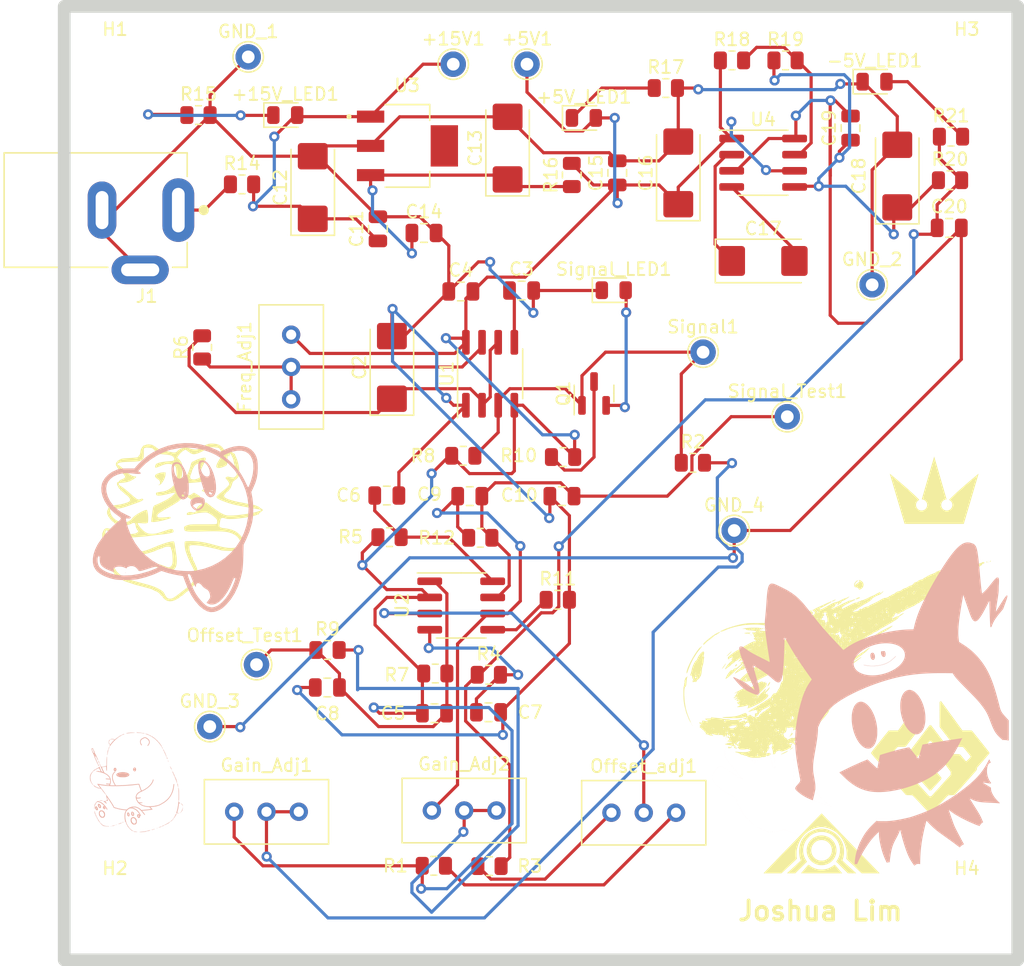
<source format=kicad_pcb>
(kicad_pcb (version 20211014) (generator pcbnew)
  (layers (0 "F.Cu" signal) (31 "B.Cu" signal) (34 "B.Paste" user) (35 "F.Paste" user) (36 "B.SilkS" user "B.Silkscreen") (37 "F.SilkS" user "F.Silkscreen") (38 "B.Mask" user) (39 "F.Mask" user) (44 "Edge.Cuts" user))
  (net 0 "")
  (net 1 "5V")
  (net 2 "Net-(+5V_LED1-Pad1)")
  (net 3 "Net-(+15V1-Pad1)")
  (net 4 "Net-(+15V_LED1-Pad1)")
  (net 5 "GND")
  (net 6 "Net-(-5V_LED1-Pad2)")
  (net 7 "Net-(C2-Pad1)")
  (net 8 "Net-(C3-Pad1)")
  (net 9 "Net-(C5-Pad2)")
  (net 10 "Net-(C6-Pad1)")
  (net 11 "Net-(C7-Pad1)")
  (net 12 "Net-(C9-Pad1)")
  (net 13 "Net-(C10-Pad2)")
  (net 14 "Net-(C13-Pad1)")
  (net 15 "Net-(C17-Pad1)")
  (net 16 "Net-(C17-Pad2)")
  (net 17 "Net-(C18-Pad1)")
  (net 18 "Net-(C19-Pad2)")
  (net 19 "-5V")
  (net 20 "Net-(Freq_Adj1-Pad2)")
  (net 21 "Net-(Gain_Adj1-Pad1)")
  (net 22 "Net-(Gain_Adj2-Pad1)")
  (net 23 "Net-(Offset_adj1-Pad1)")
  (net 24 "Net-(Offset_adj1-Pad2)")
  (net 25 "Net-(Offset_adj1-Pad3)")
  (net 26 "Net-(Q1-Pad1)")
  (net 27 "Net-(Q1-Pad2)")
  (net 28 "Net-(Q1-Pad3)")
  (net 29 "Net-(R11-Pad1)")
  (net 30 "Net-(J1-Pad1)")
  (net 31 "Net-(R18-Pad2)")
  (footprint "Capacitor_SMD:C_0805_2012Metric" (layer "F.Cu") (at 155.375 116.475)
    (fp_text reference "C6")
    (fp_text value "10n")
  )
  (footprint "Capacitor_Tantalum_SMD:CP_EIA-6032-15_Kemet-U" (layer "F.Cu") (at 164.875 89.15 90)
    (fp_text reference "C13")
    (fp_text value "10u" hide)
  )
  (footprint "TestPoint:TestPoint_THTPad_D2.0mm_Drill1.0mm" (layer "F.Cu") (at 193.55 99.9)
    (fp_text reference "GND_2")
    (fp_text value "Test Point" hide)
  )
  (footprint "Resistor_SMD:R_0805_2012Metric" (layer "F.Cu") (at 163.4 130.575)
    (fp_text reference "R4")
    (fp_text value "1R" hide)
  )
  (footprint "Capacitor_SMD:C_0805_2012Metric" (layer "F.Cu") (at 158.3 95.825)
    (fp_text reference "C14")
    (fp_text value "10n" hide)
  )
  (footprint "Capacitor_Tantalum_SMD:CP_EIA-6032-15_Kemet-U" (layer "F.Cu") (at 155.775 106.4 90)
    (fp_text reference "C2")
    (fp_text value "10u")
  )
  (footprint "LM7805MPX_NOPB:VREG_LM7805MPX_NOPB" (layer "F.Cu") (at 157 88.975)
    (fp_text reference "U3")
    (fp_text value "LM7805_TO220" hide)
  )
  (footprint "Resistor_SMD:R_0805_2012Metric" (layer "F.Cu") (at 143.9875 92)
    (fp_text reference "R14")
    (fp_text value "0R" hide)
  )
  (footprint "Package_SO:SOIC-8_3.9x4.9mm_P1.27mm" (layer "F.Cu") (at 161.225 125.125)
    (fp_text reference "U2")
    (fp_text value "AD8039")
  )
  (footprint "TestPoint:TestPoint_THTPad_D2.0mm_Drill1.0mm" (layer "F.Cu") (at 145.125 129.775)
    (fp_text reference "Offset_Test1")
    (fp_text value "Test Point")
  )
  (footprint "Resistor_SMD:R_0805_2012Metric" (layer "F.Cu") (at 169.2375 113.45)
    (fp_text reference "R10")
    (fp_text value "150R")
  )
  (footprint "TestPoint:TestPoint_THTPad_D2.0mm_Drill1.0mm" (layer "F.Cu") (at 186.875 110.275)
    (fp_text reference "Signal_Test1")
    (fp_text value "Test Point" hide)
  )
  (footprint "Capacitor_SMD:C_0805_2012Metric" (layer "F.Cu") (at 150.7 131.575)
    (fp_text reference "C8")
    (fp_text value "DNP")
  )
  (footprint "Capacitor_Tantalum_SMD:CP_EIA-6032-15_Kemet-U" (layer "F.Cu") (at 195.525 91.35 90)
    (fp_text reference "C18")
    (fp_text value "10u" hide)
  )
  (footprint "Resistor_SMD:R_0805_2012Metric" (layer "F.Cu") (at 140.5625 86.55)
    (fp_text reference "R15")
    (fp_text value "650R" hide)
  )
  (footprint "Resistor_SMD:R_0805_2012Metric" (layer "F.Cu") (at 140.85 104.825 90)
    (fp_text reference "R6")
    (fp_text value "10K")
  )
  (footprint "Resistor_SMD:R_0805_2012Metric" (layer "F.Cu") (at 155.5875 119.75)
    (fp_text reference "R5")
    (fp_text value "1R")
  )
  (footprint "Capacitor_SMD:C_0805_2012Metric" (layer "F.Cu") (at 191.85 87.575 90)
    (fp_text reference "C19")
    (fp_text value "10n" hide)
  )
  (footprint "Package_SO:SOIC-8_3.9x4.9mm_P1.27mm" (layer "F.Cu") (at 163.5 106.9 90)
    (fp_text reference "U1")
    (fp_text value "NE555D")
  )
  (footprint "Resistor_SMD:R_0805_2012Metric" (layer "F.Cu") (at 159.075 145.6)
    (fp_text reference "R1")
    (fp_text value "1K")
  )
  (footprint "logos:agnus" (layer "F.Cu") (at 198.1 136.95)
    (fp_text reference "G***" hide)
    (fp_text value "LOGO" hide)
  )
  (footprint "TestPoint:TestPoint_THTPad_D2.0mm_Drill1.0mm" (layer "F.Cu") (at 182.7 119.225)
    (fp_text reference "GND_4")
    (fp_text value "Test Point")
  )
  (footprint "Resistor_SMD:R_0805_2012Metric" (layer "F.Cu") (at 169.925 91.2625 90)
    (fp_text reference "R16")
    (fp_text value "0R" hide)
  )
  (footprint "LED_SMD:LED_0805_2012Metric" (layer "F.Cu") (at 147.3875 86.55)
    (fp_text reference "+15V_LED1")
    (fp_text value "LED" hide)
  )
  (footprint "TestPoint:TestPoint_THTPad_D2.0mm_Drill1.0mm" (layer "F.Cu") (at 144.475 81.975)
    (fp_text reference "GND_1")
    (fp_text value "Test Point" hide)
  )
  (footprint "Resistor_SMD:R_0805_2012Metric" (layer "F.Cu") (at 161.3875 113.35)
    (fp_text reference "R8")
    (fp_text value "100R")
  )
  (footprint "Potentiometer_THT:Potentiometer_Bourns_3296W_Vertical" (layer "F.Cu") (at 147.85 103.825 90)
    (fp_text reference "Freq_Adj1")
    (fp_text value "100K")
  )
  (footprint "Capacitor_SMD:C_0805_2012Metric" (layer "F.Cu") (at 163.375 133.525)
    (fp_text reference "C7")
    (fp_text value "10n")
  )
  (footprint "Resistor_SMD:R_0805_2012Metric" (layer "F.Cu") (at 168.825 124.675)
    (fp_text reference "R11")
    (fp_text value "25K")
  )
  (footprint "Capacitor_SMD:C_0805_2012Metric" (layer "F.Cu") (at 161.9 116.525)
    (fp_text reference "C9")
    (fp_text value "22p")
  )
  (footprint "Resistor_SMD:R_0805_2012Metric" (layer "F.Cu") (at 199.675 91.675)
    (fp_text reference "R20")
    (fp_text value "0R" hide)
  )
  (footprint "logos:crown" (layer "F.Cu") (at 198.425 116.05)
    (fp_text reference "G***" hide)
    (fp_text value "LOGO" hide)
  )
  (footprint "logos:keves" (layer "F.Cu") (at 189.6 143.825)
    (fp_text reference "G***" hide)
    (fp_text value "LOGO" hide)
  )
  (footprint "Capacitor_SMD:C_0805_2012Metric" (layer "F.Cu") (at 173.5 91.1 90)
    (fp_text reference "C15")
    (fp_text value "10n" hide)
  )
  (footprint "Potentiometer_THT:Potentiometer_Bourns_3296W_Vertical" (layer "F.Cu") (at 164 141.25)
    (fp_text reference "Gain_Adj2")
    (fp_text value "100K")
  )
  (footprint "LED_SMD:LED_0805_2012Metric" (layer "F.Cu") (at 170.875 86.775)
    (fp_text reference "+5V_LED1")
    (fp_text value "LED" hide)
  )
  (footprint "Resistor_SMD:R_0805_2012Metric" (layer "F.Cu") (at 150.7125 128.625)
    (fp_text reference "R9")
    (fp_text value "1K")
  )
  (footprint "Resistor_SMD:R_0805_2012Metric" (layer "F.Cu") (at 179.45 113.9)
    (fp_text reference "R2")
    (fp_text value "1K")
  )
  (footprint "MountingHole:MountingHole_2.1mm" (layer "F.Cu") (at 134 83)
    (fp_text reference "H1")
    (fp_text value "MountingHole" hide)
  )
  (footprint "Package_TO_SOT_SMD:SOT-23" (layer "F.Cu") (at 171.675 108.45 90)
    (fp_text reference "Q1")
    (fp_text value "DMN10H700S")
  )
  (footprint "logos:meteor" (layer "F.Cu") (at 190.732828 132.747616)
    (fp_text reference "G***" hide)
    (fp_text value "LOGO" hide)
  )
  (footprint "Capacitor_SMD:C_0805_2012Metric" (layer "F.Cu") (at 159.125 133.6)
    (fp_text reference "C5")
    (fp_text value "22p")
  )
  (footprint "LED_SMD:LED_0805_2012Metric" (layer "F.Cu") (at 173.225 100.325)
    (fp_text reference "Signal_LED1")
    (fp_text value "LED" hide)
  )
  (footprint "MountingHole:MountingHole_2.1mm" (layer "F.Cu") (at 201 149)
    (fp_text reference "H4")
    (fp_text value "MountingHole" hide)
  )
  (footprint "LED_SMD:LED_0805_2012Metric" (layer "F.Cu") (at 193.7375 83.925)
    (fp_text reference "-5V_LED1")
    (fp_text value "LED" hide)
  )
  (footprint "Capacitor_Tantalum_SMD:CP_EIA-6032-15_Kemet-U" (layer "F.Cu") (at 178.3 91.1 90)
    (fp_text reference "C16")
    (fp_text value "10u" hide)
  )
  (footprint "Capacitor_SMD:C_0805_2012Metric" (layer "F.Cu") (at 161.2 100.425)
    (fp_text reference "C4")
    (fp_text value "10n" hide)
  )
  (footprint "Resistor_SMD:R_0805_2012Metric" (layer "F.Cu") (at 186.7375 82.25)
    (fp_text reference "R19")
    (fp_text value "100K" hide)
  )
  (footprint "Capacitor_Tantalum_SMD:CP_EIA-6032-15_Kemet-U" (layer "F.Cu") (at 184.975 98.025)
    (fp_text reference "C17")
    (fp_text value "10u" hide)
  )
  (footprint "Potentiometer_THT:Potentiometer_Bourns_3296W_Vertical" (layer "F.Cu") (at 148.45 141.35)
    (fp_text reference "Gain_Adj1")
    (fp_text value "100K")
  )
  (footprint "Capacitor_SMD:C_0805_2012Metric" (layer "F.Cu") (at 154.675 95.5 90)
    (fp_text reference "C11")
    (fp_text value "10n" hide)
  )
  (footprint "ul_PJ-002A:CUI_PJ-002A" (layer "F.Cu") (at 138.975 94.025 180)
    (fp_text reference "J1")
    (fp_text value "Barrel_Jack_Switch" hide)
  )
  (footprint "TestPoint:TestPoint_THTPad_D2.0mm_Drill1.0mm" (layer "F.Cu") (at 160.6 82.55)
    (fp_text reference "+15V1")
    (fp_text value "Test Point" hide)
  )
  (footprint "Capacitor_Tantalum_SMD:CP_EIA-6032-15_Kemet-U" (layer "F.Cu") (at 149.55 92.25 90)
    (fp_text reference "C12")
    (fp_text value "10u" hide)
  )
  (footprint "Resistor_SMD:R_0805_2012Metric" (layer "F.Cu") (at 162.725 119.8)
    (fp_text reference "R12")
    (fp_text value "10K")
  )
  (footprint "Capacitor_SMD:C_0805_2012Metric" (layer "F.Cu") (at 165.975 100.35)
    (fp_text reference "C3")
    (fp_text value "10n" hide)
  )
  (footprint "Resistor_SMD:R_0805_2012Metric" (layer "F.Cu") (at 182.525 82.25)
    (fp_text reference "R18")
    (fp_text value "100K" hide)
  )
  (footprint "Resistor_SMD:R_0805_2012Metric" (layer "F.Cu") (at 159.1875 130.475)
    (fp_text reference "R7")
    (fp_text value "10K" hide)
  )
  (footprint "Potentiometer_THT:Potentiometer_Bourns_3296W_Vertical" (layer "F.Cu") (at 178.125 141.425)
    (fp_text reference "Offset_adj1")
    (fp_text value "100K")
  )
  (footprint "Resistor_SMD:R_0805_2012Metric" (layer "F.Cu") (at 199.75 88.25)
    (fp_text reference "R21")
    (fp_text value "150R" hide)
  )
  (footprint "logos:smashart" (layer "F.Cu") (at 138.95 118.45)
    (fp_text reference "G***" hide)
    (fp_text value "LOGO" hide)
  )
  (footprint "TestPoint:TestPoint_THTPad_D2.0mm_Drill1.0mm" (layer "F.Cu") (at 180.25 105.2)
    (fp_text reference "Signal1")
    (fp_text value "Test Point")
  )
  (footprint "Resistor_SMD:R_0805_2012Metric" (layer "F.Cu") (at 163.45 145.625)
    (fp_text reference "R3")
    (fp_text value "1K")
  )
  (footprint "Package_SO:SOIC-8_3.9x4.9mm_P1.27mm" (layer "F.Cu") (at 184.975 90.3)
    (fp_text reference "U4")
    (fp_text value "MAX889" hide)
  )
  (footprint "MountingHole:MountingHole_2.1mm" (layer "F.Cu") (at 134 149)
    (fp_text reference "H2")
    (fp_text value "MountingHole" hide)
  )
  (footprint "TestPoint:TestPoint_THTPad_D2.0mm_Drill1.0mm" (layer "F.Cu") (at 141.45 134.65)
    (fp_text reference "GND_3")
    (fp_text value "Test Point" hide)
  )
  (footprint "Capacitor_SMD:C_0805_2012Metric" (layer "F.Cu") (at 169.15 116.525)
    (fp_text reference "C10")
    (fp_text value "10n")
  )
  (footprint "Resistor_SMD:R_0805_2012Metric" (layer "F.Cu") (at 177.325 84.425)
    (fp_text reference "R17")
    (fp_text value "150R")
  )
  (footprint "TestPoint:TestPoint_THTPad_D2.0mm_Drill1.0mm" (layer "F.Cu") (at 166.4 82.55)
    (fp_text reference "+5V1")
    (fp_text value "Test Point")
  )
  (footprint "Capacitor_SMD:C_0805_2012Metric" (layer "F.Cu") (at 199.6125 95.425)
    (fp_text reference "C20")
    (fp_text value "10n" hide)
  )
  (footprint "MountingHole:MountingHole_2.1mm" (layer "F.Cu") (at 201 83)
    (fp_text reference "H3")
    (fp_text value "MountingHole" hide)
  )
  (footprint "logos:kirby3" (layer "B.Cu") (at 138.725 119 180)
    (fp_text reference "G***" hide)
    (fp_text value "LOGO" hide)
  )
  (footprint "logos:icebear" (layer "B.Cu") (at 135.681828 139.151106 180)
    (fp_text reference "G***" hide)
    (fp_text value "LOGO" hide)
  )
  (footprint "logos:jackfrost" (layer "B.Cu") (at 191.796775 133.234325 180)
    (fp_text reference "G***" hide)
    (fp_text value "LOGO" hide)
  )
  (gr_rect (start 130 78) (end 205 153) (layer "Edge.Cuts") (width 1) (fill none))
  (gr_text "Joshua Lim" (at 189.475 149.15) (layer "F.SilkS") (effects (font (size 1.5 1.5) (thickness 0.3))))
  (segment (start 182.475 87.075) (end 182.475 88.37) (width 0.25) (layer "F.Cu") (net 1))
  (segment (start 158.175 130.575) (end 158.175 133.6) (width 0.25) (layer "F.Cu") (net 1))
  (segment (start 161.595 100.98) (end 162.15 100.425) (width 0.25) (layer "F.Cu") (net 1))
  (segment (start 181.6125 82.25) (end 181.6125 87.5075) (width 0.25) (layer "F.Cu") (net 1))
  (segment (start 170.7875 87.8) (end 171.8125 86.775) (width 0.25) (layer "F.Cu") (net 1))
  (segment (start 162.15 100.425) (end 163.275 99.3) (width 0.25) (layer "F.Cu") (net 1))
  (segment (start 165.405 114.545) (end 165.405 109.375) (width 0.25) (layer "F.Cu") (net 1))
  (segment (start 173.525 93.475) (end 173.5 93.45) (width 0.25) (layer "F.Cu") (net 1))
  (segment (start 153.45 120.975) (end 154.675 119.75) (width 0.25) (layer "F.Cu") (net 1))
  (segment (start 161.27 104.1) (end 161.595 104.425) (width 0.25) (layer "F.Cu") (net 1))
  (segment (start 178.3 92.218249) (end 182.123249 88.395) (width 0.25) (layer "F.Cu") (net 1))
  (segment (start 158.175 133.6) (end 154.8 133.6) (width 0.25) (layer "F.Cu") (net 1))
  (segment (start 166.4 84.741834) (end 169.458166 87.8) (width 0.25) (layer "F.Cu") (net 1))
  (segment (start 154.8 133.6) (end 154.35 133.15) (width 0.25) (layer "F.Cu") (net 1))
  (segment (start 160.3 113.35) (end 158.9 114.75) (width 0.25) (layer "F.Cu") (net 1))
  (segment (start 173.5 93.45) (end 173.5 92.05) (width 0.25) (layer "F.Cu") (net 1))
  (segment (start 160.475 113.35) (end 160.3 113.35) (width 0.25) (layer "F.Cu") (net 1))
  (segment (start 163.275 99.3) (end 166.25 99.3) (width 0.25) (layer "F.Cu") (net 1))
  (segment (start 185.26 90.935) (end 185.2 90.875) (width 0.25) (layer "F.Cu") (net 1))
  (segment (start 187.45 90.935) (end 185.26 90.935) (width 0.25) (layer "F.Cu") (net 1))
  (segment (start 171.625 92.05) (end 169.925 90.35) (width 0.25) (layer "F.Cu") (net 1))
  (segment (start 158.1625 145.6) (end 158.1625 147.3125) (width 0.25) (layer "F.Cu") (net 1))
  (segment (start 160.025 104.1) (end 161.27 104.1) (width 0.25) (layer "F.Cu") (net 1))
  (segment (start 147.85 103.825) (end 149.325 105.3) (width 0.25) (layer "F.Cu") (net 1))
  (segment (start 161.595 104.425) (end 161.595 100.98) (width 0.25) (layer "F.Cu") (net 1))
  (segment (start 166.25 99.3) (end 173.5 92.05) (width 0.25) (layer "F.Cu") (net 1))
  (segment (start 155.384695 124.49) (end 154.45 125.424695) (width 0.25) (layer "F.Cu") (net 1))
  (segment (start 166.4 82.55) (end 166.4 84.741834) (width 0.25) (layer "F.Cu") (net 1))
  (segment (start 178.3 93.5625) (end 178.3 92.218249) (width 0.25) (layer "F.Cu") (net 1))
  (segment (start 149.325 105.3) (end 160.72 105.3) (width 0.25) (layer "F.Cu") (net 1))
  (segment (start 155.375 123.875) (end 153.45 121.95) (width 0.25) (layer "F.Cu") (net 1))
  (segment (start 176.7875 92.05) (end 178.3 93.5625) (width 0.25) (layer "F.Cu") (net 1))
  (segment (start 143.37 143.345305) (end 143.37 141.35) (width 0.25) (layer "F.Cu") (net 1))
  (segment (start 153.45 121.95) (end 153.45 120.975) (width 0.25) (layer "F.Cu") (net 1))
  (segment (start 173.3 86.775) (end 171.8125 86.775) (width 0.25) (layer "F.Cu") (net 1))
  (segment (start 181.6125 87.5075) (end 182.5 88.395) (width 0.25) (layer "F.Cu") (net 1))
  (segment (start 165.2 114.75) (end 165.405 114.545) (width 0.25) (layer "F.Cu") (net 1))
  (segment (start 169.458166 87.8) (end 170.7875 87.8) (width 0.25) (layer "F.Cu") (net 1))
  (segment (start 173.5 92.05) (end 171.625 92.05) (width 0.25) (layer "F.Cu") (net 1))
  (segment (start 158.75 124.49) (end 155.384695 124.49) (width 0.25) (layer "F.Cu") (net 1))
  (segment (start 154.45 125.424695) (end 154.45 126.65) (width 0.25) (layer "F.Cu") (net 1))
  (segment (start 158.275 130.475) (end 158.175 130.575) (width 0.25) (layer "F.Cu") (net 1))
  (segment (start 145.624695 145.6) (end 143.37 143.345305) (width 0.25) (layer "F.Cu") (net 1))
  (segment (start 158.1625 145.6) (end 145.624695 145.6) (width 0.25) (layer "F.Cu") (net 1))
  (segment (start 173.5 92.05) (end 176.7875 92.05) (width 0.25) (layer "F.Cu") (net 1))
  (segment (start 182.123249 88.395) (end 182.5 88.395) (width 0.25) (layer "F.Cu") (net 1))
  (segment (start 158.75 124.49) (end 158.135 123.875) (width 0.25) (layer "F.Cu") (net 1))
  (segment (start 170.15 113.45) (end 170.15 111.7) (width 0.25) (layer "F.Cu") (net 1))
  (segment (start 154.45 126.65) (end 158.275 130.475) (width 0.25) (layer "F.Cu") (net 1))
  (segment (start 158.1625 147.3125) (end 158.075 147.4) (width 0.25) (layer "F.Cu") (net 1))
  (segment (start 161.875 114.75) (end 165.2 114.75) (width 0.25) (layer "F.Cu") (net 1))
  (segment (start 182.475 88.37) (end 182.5 88.395) (width 0.25) (layer "F.Cu") (net 1))
  (segment (start 166.075 109.375) (end 170.15 113.45) (width 0.25) (layer "F.Cu") (net 1))
  (segment (start 158.135 123.875) (end 155.375 123.875) (width 0.25) (layer "F.Cu") (net 1))
  (segment (start 160.475 113.35) (end 161.875 114.75) (width 0.25) (layer "F.Cu") (net 1))
  (segment (start 165.405 109.375) (end 166.075 109.375) (width 0.25) (layer "F.Cu") (net 1))
  (segment (start 160.72 105.3) (end 161.595 104.425) (width 0.25) (layer "F.Cu") (net 1))
  (via (at 154.35 133.15) (size 0.8) (drill 0.4) (layers "F.Cu" "B.Cu") (net 1))
  (via (at 170.15 111.7) (size 0.8) (drill 0.4) (layers "F.Cu" "B.Cu") (net 1))
  (via (at 158.9 114.75) (size 0.8) (drill 0.4) (layers "F.Cu" "B.Cu") (net 1))
  (via (at 153.45 121.95) (size 0.8) (drill 0.4) (layers "F.Cu" "B.Cu") (net 1))
  (via (at 173.3 86.775) (size 0.8) (drill 0.4) (layers "F.Cu" "B.Cu") (net 1))
  (via (at 173.525 93.475) (size 0.8) (drill 0.4) (layers "F.Cu" "B.Cu") (net 1))
  (via (at 158.075 147.4) (size 0.8) (drill 0.4) (layers "F.Cu" "B.Cu") (net 1))
  (via (at 185.2 90.875) (size 0.8) (drill 0.4) (layers "F.Cu" "B.Cu") (net 1))
  (via (at 160.025 104.1) (size 0.8) (drill 0.4) (layers "F.Cu" "B.Cu") (net 1))
  (via (at 182.475 87.075) (size 0.8) (drill 0.4) (layers "F.Cu" "B.Cu") (net 1))
  (segment (start 158.075 147.4) (end 160.098602 147.4) (width 0.25) (layer "B.Cu") (net 1))
  (segment (start 167.625 111.7) (end 160.025 104.1) (width 0.25) (layer "B.Cu") (net 1))
  (segment (start 158.9 116.5) (end 153.45 121.95) (width 0.25) (layer "B.Cu") (net 1))
  (segment (start 170.15 111.7) (end 167.625 111.7) (width 0.25) (layer "B.Cu") (net 1))
  (segment (start 182.475 88.15) (end 182.475 87.075) (width 0.25) (layer "B.Cu") (net 1))
  (segment (start 163.4 133.15) (end 154.35 133.15) (width 0.25) (layer "B.Cu") (net 1))
  (segment (start 185.2 90.875) (end 182.475 88.15) (width 0.25) (layer "B.Cu") (net 1))
  (segment (start 158.9 114.75) (end 158.9 116.5) (width 0.25) (layer "B.Cu") (net 1))
  (segment (start 173.3 93.25) (end 173.525 93.475) (width 0.25) (layer "B.Cu") (net 1))
  (segment (start 165.225 134.975) (end 163.4 133.15) (width 0.25) (layer "B.Cu") (net 1))
  (segment (start 173.3 86.775) (end 173.3 93.25) (width 0.25) (layer "B.Cu") (net 1))
  (segment (start 165.225 142.273602) (end 165.225 134.975) (width 0.25) (layer "B.Cu") (net 1))
  (segment (start 160.098602 147.4) (end 165.225 142.273602) (width 0.25) (layer "B.Cu") (net 1))
  (segment (start 169.9375 86.775) (end 172.2875 84.425) (width 0.25) (layer "F.Cu") (net 2))
  (segment (start 172.2875 84.425) (end 176.4125 84.425) (width 0.25) (layer "F.Cu") (net 2))
  (segment (start 148.325 86.55) (end 148.45 86.675) (width 0.25) (layer "F.Cu") (net 3))
  (segment (start 154.1 86.675) (end 158.225 82.55) (width 0.25) (layer "F.Cu") (net 3))
  (segment (start 144.9 93.675) (end 144.85 93.725) (width 0.25) (layer "F.Cu") (net 3))
  (segment (start 148.5625 93.725) (end 144.85 93.725) (width 0.25) (layer "F.Cu") (net 3))
  (segment (start 146.45 88.175) (end 146.525 88.25) (width 0.25) (layer "F.Cu") (net 3))
  (segment (start 148.325 86.55) (end 148.225 86.55) (width 0.25) (layer "F.Cu") (net 3))
  (segment (start 149.55 94.7125) (end 148.5625 93.725) (width 0.25) (layer "F.Cu") (net 3))
  (segment (start 148.45 86.675) (end 154.1 86.675) (width 0.25) (layer "F.Cu") (net 3))
  (segment (start 144.9 92) (end 144.9 93.675) (width 0.25) (layer "F.Cu") (net 3))
  (segment (start 158.225 82.55) (end 160.6 82.55) (width 0.25) (layer "F.Cu") (net 3))
  (segment (start 154.675 96.45) (end 152.9375 94.7125) (width 0.25) (layer "F.Cu") (net 3))
  (segment (start 148.225 86.55) (end 146.525 88.25) (width 0.25) (layer "F.Cu") (net 3))
  (segment (start 152.9375 94.7125) (end 149.55 94.7125) (width 0.25) (layer "F.Cu") (net 3))
  (via (at 146.525 88.25) (size 0.8) (drill 0.4) (layers "F.Cu" "B.Cu") (net 3))
  (via (at 144.85 93.725) (size 0.8) (drill 0.4) (layers "F.Cu" "B.Cu") (net 3))
  (segment (start 144.85 93.725) (end 146.525 92.05) (width 0.25) (layer "B.Cu") (net 3))
  (segment (start 146.525 92.05) (end 146.525 88.25) (width 0.25) (layer "B.Cu") (net 3))
  (segment (start 139.6 86.5) (end 139.65 86.55) (width 0.25) (layer "F.Cu") (net 4))
  (segment (start 136.6 86.5) (end 139.6 86.5) (width 0.25) (layer "F.Cu") (net 4))
  (segment (start 146.425 86.575) (end 143.875 86.575) (width 0.25) (layer "F.Cu") (net 4))
  (segment (start 146.45 86.55) (end 146.425 86.575) (width 0.25) (layer "F.Cu") (net 4))
  (via (at 136.6 86.5) (size 0.8) (drill 0.4) (layers "F.Cu" "B.Cu") (net 4))
  (via (at 143.875 86.575) (size 0.8) (drill 0.4) (layers "F.Cu" "B.Cu") (net 4))
  (segment (start 143.875 86.575) (end 136.675 86.575) (width 0.25) (layer "B.Cu") (net 4))
  (segment (start 136.675 86.575) (end 136.6 86.5) (width 0.25) (layer "B.Cu") (net 4))
  (segment (start 159.25 95.825) (end 157.975 94.55) (width 0.25) (layer "F.Cu") (net 5))
  (segment (start 178.3 88.6375) (end 178.3 84.4875) (width 0.25) (layer "F.Cu") (net 5))
  (segment (start 178.3 84.4875) (end 178.2375 84.425) (width 0.25) (layer "F.Cu") (net 5))
  (segment (start 195.525 86.65) (end 192.8 83.925) (width 0.25) (layer "F.Cu") (net 5))
  (segment (start 160.25 100.425) (end 162.575 98.1) (width 0.25) (layer "F.Cu") (net 5))
  (segment (start 148.525 131.575) (end 148.325 131.775) (width 0.25) (layer "F.Cu") (net 5))
  (segment (start 166.9 102.1) (end 166.9 100.375) (width 0.25) (layer "F.Cu") (net 5))
  (segment (start 169.7375 118.0625) (end 169.7375 124.675) (width 0.25) (layer "F.Cu") (net 5))
  (segment (start 172.8625 89.5125) (end 167.7 89.5125) (width 0.25) (layer "F.Cu") (net 5))
  (segment (start 193.55 90.8625) (end 193.55 99.9) (width 0.25) (layer "F.Cu") (net 5))
  (segment (start 156.325 114.645) (end 156.325 116.475) (width 0.25) (layer "F.Cu") (net 5))
  (segment (start 157.975 94.55) (end 154.675 94.55) (width 0.25) (layer "F.Cu") (net 5))
  (segment (start 167.7 89.5125) (end 164.875 86.6875) (width 0.25) (layer "F.Cu") (net 5))
  (segment (start 144.7125 89.7875) (end 141.475 86.55) (width 0.25) (layer "F.Cu") (net 5))
  (segment (start 150.3625 88.975) (end 149.55 89.7875) (width 0.25) (layer "F.Cu") (net 5))
  (segment (start 149.75 131.575) (end 148.525 131.575) (width 0.25) (layer "F.Cu") (net 5))
  (segment (start 168.2 116.525) (end 168.2 118.2) (width 0.25) (layer "F.Cu") (net 5))
  (segment (start 141.475 84.975) (end 141.475 86.55) (width 0.25) (layer "F.Cu") (net 5))
  (segment (start 166.925 100.35) (end 172.2625 100.35) (width 0.25) (layer "F.Cu") (net 5))
  (segment (start 179.775 84.425) (end 179.875 84.525) (width 0.25) (layer "F.Cu") (net 5))
  (segment (start 149.9125 89.7875) (end 149.55 89.7875) (width 0.25) (layer "F.Cu") (net 5))
  (segment (start 156.3875 86.6875) (end 164.875 86.6875) (width 0.25) (layer "F.Cu") (net 5))
  (segment (start 176.7875 90.15) (end 178.3 88.6375) (width 0.25) (layer "F.Cu") (net 5))
  (segment (start 155.775 103.9375) (end 156.7375 103.9375) (width 0.25) (layer "F.Cu") (net 5))
  (segment (start 141.475 86.55) (end 134 94.025) (width 0.25) (layer "F.Cu") (net 5))
  (segment (start 154.1 88.975) (end 150.3625 88.975) (width 0.25) (layer "F.Cu") (net 5))
  (segment (start 134 94.025) (end 132.975 94.025) (width 0.25) (layer "F.Cu") (net 5))
  (segment (start 154.675 94.55) (end 149.9125 89.7875) (width 0.25) (layer "F.Cu") (net 5))
  (segment (start 156.7375 103.9375) (end 160.25 100.425) (width 0.25) (layer "F.Cu") (net 5))
  (segment (start 155.825 101.8) (end 155.775 101.85) (width 0.25) (layer "F.Cu") (net 5))
  (segment (start 132.975 94.025) (end 132.975 95.725) (width 0.25) (layer "F.Cu") (net 5))
  (segment (start 192.625 84.1) (end 192.8 83.925) (width 0.25) (layer "F.Cu") (net 5))
  (segment (start 173.5 90.15) (end 172.8625 89.5125) (width 0.25) (layer "F.Cu") (net 5))
  (segment (start 160.625 109.375) (end 160.05 108.8) (width 0.25) (layer "F.Cu") (net 5))
  (segment (start 132.975 95.725) (end 135.975 98.725) (width 0.25) (layer "F.Cu") (net 5))
  (segment (start 164.5 133.7) (end 164.325 133.525) (width 0.25) (layer "F.Cu") (net 5))
  (segment (start 173.5 90.15) (end 176.7875 90.15) (width 0.25) (layer "F.Cu") (net 5))
  (segment (start 172.2625 100.35) (end 172.2875 100.325) (width 0.25) (layer "F.Cu") (net 5))
  (segment (start 161.595 109.375) (end 160.625 109.375) (width 0.25) (layer "F.Cu") (net 5))
  (segment (start 168.2 116.525) (end 169.7375 118.0625) (width 0.25) (layer "F.Cu") (net 5))
  (segment (start 195.525 88.8875) (end 195.525 86.65) (width 0.25) (layer "F.Cu") (net 5))
  (segment (start 164.5 135.3) (end 164.5 133.7) (width 0.25) (layer "F.Cu") (net 5))
  (segment (start 159.25 95.825) (end 160.25 96.825) (width 0.25) (layer "F.Cu") (net 5))
  (segment (start 160.25 96.825) (end 160.25 100.425) (width 0.25) (layer "F.Cu") (net 5))
  (segment (start 161.595 109.375) (end 156.325 114.645) (width 0.25) (layer "F.Cu") (net 5))
  (segment (start 195.525 88.8875) (end 193.55 90.8625) (width 0.25) (layer "F.Cu") (net 5))
  (segment (start 169.7375 128.1125) (end 164.325 133.525) (width 0.25) (layer "F.Cu") (net 5))
  (segment (start 166.9 100.375) (end 166.925 100.35) (width 0.25) (layer "F.Cu") (net 5))
  (segment (start 144.475 81.975) (end 141.475 84.975) (width 0.25) (layer "F.Cu") (net 5))
  (segment (start 149.55 89.7875) (end 144.7125 89.7875) (width 0.25) (layer "F.Cu") (net 5))
  (segment (start 162.575 98.1) (end 163.5 98.1) (width 0.25) (layer "F.Cu") (net 5))
  (segment (start 178.2375 84.425) (end 179.775 84.425) (width 0.25) (layer "F.Cu") (net 5))
  (segment (start 191.05 84.1) (end 192.625 84.1) (width 0.25) (layer "F.Cu") (net 5))
  (segment (start 154.1 88.975) (end 156.3875 86.6875) (width 0.25) (layer "F.Cu") (net 5))
  (segment (start 155.775 101.85) (end 155.775 103.9375) (width 0.25) (layer "F.Cu") (net 5))
  (segment (start 168.2 118.2) (end 168.15 118.25) (width 0.25) (layer "F.Cu") (net 5))
  (segment (start 169.7375 124.675) (end 169.7375 128.1125) (width 0.25) (layer "F.Cu") (net 5))
  (via (at 164.5 135.3) (size 0.8) (drill 0.4) (layers "F.Cu" "B.Cu") (net 5))
  (via (at 163.5 98.1) (size 0.8) (drill 0.4) (layers "F.Cu" "B.Cu") (net 5))
  (via (at 155.825 101.8) (size 0.8) (drill 0.4) (layers "F.Cu" "B.Cu") (net 5))
  (via (at 191.05 84.1) (size 0.8) (drill 0.4) (layers "F.Cu" "B.Cu") (net 5))
  (via (at 166.9 102.1) (size 0.8) (drill 0.4) (layers "F.Cu" "B.Cu") (net 5))
  (via (at 179.875 84.525) (size 0.8) (drill 0.4) (layers "F.Cu" "B.Cu") (net 5))
  (via (at 148.325 131.775) (size 0.8) (drill 0.4) (layers "F.Cu" "B.Cu") (net 5))
  (via (at 168.15 118.25) (size 0.8) (drill 0.4) (layers "F.Cu" "B.Cu") (net 5))
  (via (at 160.05 108.8) (size 0.8) (drill 0.4) (layers "F.Cu" "B.Cu") (net 5))
  (segment (start 160.05 108.8) (end 159.3 108.05) (width 0.25) (layer "B.Cu") (net 5))
  (segment (start 151.85 135.3) (end 164.5 135.3) (width 0.25) (layer "B.Cu") (net 5))
  (segment (start 191.05 84.1) (end 190.6 84.55) (width 0.25) (layer "B.Cu") (net 5))
  (segment (start 159.3 105.275) (end 155.825 101.8) (width 0.25) (layer "B.Cu") (net 5))
  (segment (start 148.325 131.775) (end 151.85 135.3) (width 0.25) (layer "B.Cu") (net 5))
  (segment (start 159.3 108.05) (end 159.3 105.275) (width 0.25) (layer "B.Cu") (net 5))
  (segment (start 155.825 105.925) (end 168.15 118.25) (width 0.25) (layer "B.Cu") (net 5))
  (segment (start 163.5 98.7) (end 163.5 98.1) (width 0.25) (layer "B.Cu") (net 5))
  (segment (start 190.6 84.55) (end 179.9 84.55) (width 0.25) (layer "B.Cu") (net 5))
  (segment (start 155.825 101.8) (end 155.825 105.925) (width 0.25) (layer "B.Cu") (net 5))
  (segment (start 166.9 102.1) (end 163.5 98.7) (width 0.25) (layer "B.Cu") (net 5))
  (segment (start 179.9 84.55) (end 179.875 84.525) (width 0.25) (layer "B.Cu") (net 5))
  (segment (start 194.675 83.925) (end 196.3375 83.925) (width 0.25) (layer "F.Cu") (net 6))
  (segment (start 196.3375 83.925) (end 200.6625 88.25) (width 0.25) (layer "F.Cu") (net 6))
  (segment (start 139.825 106.275) (end 143.5 109.95) (width 0.25) (layer "F.Cu") (net 7))
  (segment (start 161.941751 108.075) (end 156.5625 108.075) (width 0.25) (layer "F.Cu") (net 7))
  (segment (start 163.51 108.73) (end 162.865 109.375) (width 0.25) (layer "F.Cu") (net 7))
  (segment (start 156.5625 108.075) (end 155.775 108.8625) (width 0.25) (layer "F.Cu") (net 7))
  (segment (start 162.865 108.998249) (end 161.941751 108.075) (width 0.25) (layer "F.Cu") (net 7))
  (segment (start 163.51 105.05) (end 163.51 108.73) (width 0.25) (layer "F.Cu") (net 7))
  (segment (start 162.865 109.375) (end 162.865 108.998249) (width 0.25) (layer "F.Cu") (net 7))
  (segment (start 154.6875 109.95) (end 155.775 108.8625) (width 0.25) (layer "F.Cu") (net 7))
  (segment (start 164.135 104.425) (end 163.51 105.05) (width 0.25) (layer "F.Cu") (net 7))
  (segment (start 143.5 109.95) (end 154.6875 109.95) (width 0.25) (layer "F.Cu") (net 7))
  (segment (start 140.85 103.9125) (end 139.825 104.9375) (width 0.25) (layer "F.Cu") (net 7))
  (segment (start 139.825 104.9375) (end 139.825 106.275) (width 0.25) (layer "F.Cu") (net 7))
  (segment (start 165.405 100.73) (end 165.025 100.35) (width 0.25) (layer "F.Cu") (net 8))
  (segment (start 165.405 104.425) (end 165.405 100.73) (width 0.25) (layer "F.Cu") (net 8))
  (segment (start 154.725 134.65) (end 151.65 131.575) (width 0.25) (layer "F.Cu") (net 9))
  (segment (start 151.65 131.575) (end 151.65 130.475) (width 0.25) (layer "F.Cu") (net 9))
  (segment (start 158.75 123.22) (end 159.126751 123.22) (width 0.25) (layer "F.Cu") (net 9))
  (segment (start 151.65 130.475) (end 149.8 128.625) (width 0.25) (layer "F.Cu") (net 9))
  (segment (start 160.075 133.6) (end 159.025 134.65) (width 0.25) (layer "F.Cu") (net 9))
  (segment (start 159.025 134.65) (end 154.725 134.65) (width 0.25) (layer "F.Cu") (net 9))
  (segment (start 160.1 133.575) (end 160.075 133.6) (width 0.25) (layer "F.Cu") (net 9))
  (segment (start 159.126751 123.22) (end 160.1 124.193249) (width 0.25) (layer "F.Cu") (net 9))
  (segment (start 160.1 130.475) (end 160.1 133.575) (width 0.25) (layer "F.Cu") (net 9))
  (segment (start 149.8 128.625) (end 146.275 128.625) (width 0.25) (layer "F.Cu") (net 9))
  (segment (start 146.275 128.625) (end 145.125 129.775) (width 0.25) (layer "F.Cu") (net 9))
  (segment (start 160.1 124.193249) (end 160.1 130.475) (width 0.25) (layer "F.Cu") (net 9))
  (segment (start 160.23 119.75) (end 163.7 123.22) (width 0.25) (layer "F.Cu") (net 10))
  (segment (start 154.425 117.675) (end 156.5 119.75) (width 0.25) (layer "F.Cu") (net 10))
  (segment (start 154.425 116.475) (end 154.425 117.675) (width 0.25) (layer "F.Cu") (net 10))
  (segment (start 156.5 119.75) (end 160.23 119.75) (width 0.25) (layer "F.Cu") (net 10))
  (segment (start 158.75 128.4) (end 158.675 128.475) (width 0.25) (layer "F.Cu") (net 11))
  (segment (start 162.425 132.4625) (end 164.3125 130.575) (width 0.25) (layer "F.Cu") (net 11))
  (segment (start 158.75 127.03) (end 158.75 128.4) (width 0.25) (layer "F.Cu") (net 11))
  (segment (start 162.425 133.525) (end 162.425 132.4625) (width 0.25) (layer "F.Cu") (net 11))
  (segment (start 164.3125 130.575) (end 165.7 130.575) (width 0.25) (layer "F.Cu") (net 11))
  (via (at 158.675 128.475) (size 0.8) (drill 0.4) (layers "F.Cu" "B.Cu") (net 11))
  (via (at 165.7 130.575) (size 0.8) (drill 0.4) (layers "F.Cu" "B.Cu") (net 11))
  (segment (start 165.7 130.575) (end 163.6 128.475) (width 0.25) (layer "B.Cu") (net 11))
  (segment (start 163.6 128.475) (end 158.675 128.475) (width 0.25) (layer "B.Cu") (net 11))
  (segment (start 160.9375 139.2325) (end 160.9375 128.145749) (width 0.25) (layer "F.Cu") (net 12))
  (segment (start 160.9375 128.145749) (end 163.323249 125.76) (width 0.25) (layer "F.Cu") (net 12))
  (segment (start 164.89 125.76) (end 165.875 124.775) (width 0.25) (layer "F.Cu") (net 12))
  (segment (start 165.875 124.775) (end 165.875 120.45) (width 0.25) (layer "F.Cu") (net 12))
  (segment (start 158.92 141.25) (end 160.9375 139.2325) (width 0.25) (layer "F.Cu") (net 12))
  (segment (start 160.95 118.9375) (end 161.8125 119.8) (width 0.25) (layer "F.Cu") (net 12))
  (segment (start 159.325 117.85) (end 159.625 117.85) (width 0.25) (layer "F.Cu") (net 12))
  (segment (start 163.7 125.76) (end 164.89 125.76) (width 0.25) (layer "F.Cu") (net 12))
  (segment (start 160.95 116.525) (end 160.95 118.9375) (width 0.25) (layer "F.Cu") (net 12))
  (segment (start 159.625 117.85) (end 160.95 116.525) (width 0.25) (layer "F.Cu") (net 12))
  (via (at 159.325 117.85) (size 0.8) (drill 0.4) (layers "F.Cu" "B.Cu") (net 12))
  (via (at 165.875 120.45) (size 0.8) (drill 0.4) (layers "F.Cu" "B.Cu") (net 12))
  (segment (start 163.275 117.85) (end 159.325 117.85) (width 0.25) (layer "B.Cu") (net 12))
  (segment (start 165.875 120.45) (end 163.275 117.85) (width 0.25) (layer "B.Cu") (net 12))
  (segment (start 165 121.1625) (end 165 123.566751) (width 0.25) (layer "F.Cu") (net 13))
  (segment (start 162.85 116.525) (end 162.85 119.0125) (width 0.25) (layer "F.Cu") (net 13))
  (segment (start 186.875 110.275) (end 182.461827 110.275) (width 0.25) (layer "F.Cu") (net 13))
  (segment (start 182.461827 110.275) (end 179.375 113.361827) (width 0.25) (layer "F.Cu") (net 13))
  (segment (start 165 123.566751) (end 164.076751 124.49) (width 0.25) (layer "F.Cu") (net 13))
  (segment (start 169.05 115.475) (end 163.9 115.475) (width 0.25) (layer "F.Cu") (net 13))
  (segment (start 179.375 113.361827) (end 179.375 114.588173) (width 0.25) (layer "F.Cu") (net 13))
  (segment (start 163.9 115.475) (end 162.85 116.525) (width 0.25) (layer "F.Cu") (net 13))
  (segment (start 177.438173 116.525) (end 170.1 116.525) (width 0.25) (layer "F.Cu") (net 13))
  (segment (start 179.375 114.588173) (end 177.438173 116.525) (width 0.25) (layer "F.Cu") (net 13))
  (segment (start 163.6375 119.8) (end 165 121.1625) (width 0.25) (layer "F.Cu") (net 13))
  (segment (start 170.1 116.525) (end 169.05 115.475) (width 0.25) (layer "F.Cu") (net 13))
  (segment (start 162.85 119.0125) (end 163.6375 119.8) (width 0.25) (layer "F.Cu") (net 13))
  (segment (start 164.076751 124.49) (end 163.7 124.49) (width 0.25) (layer "F.Cu") (net 13))
  (segment (start 164.875 91.6125) (end 164.5375 91.275) (width 0.25) (layer "F.Cu") (net 14))
  (segment (start 157.35 95.825) (end 157.35 97.425) (width 0.25) (layer "F.Cu") (net 14))
  (segment (start 154.1 91.275) (end 154.1 92.325) (width 0.25) (layer "F.Cu") (net 14))
  (segment (start 169.925 92.175) (end 165.4375 92.175) (width 0.25) (layer "F.Cu") (net 14))
  (segment (start 164.5375 91.275) (end 154.1 91.275) (width 0.25) (layer "F.Cu") (net 14))
  (segment (start 165.4375 92.175) (end 164.875 91.6125) (width 0.25) (layer "F.Cu") (net 14))
  (segment (start 154.1 92.325) (end 154.25 92.475) (width 0.25) (layer "F.Cu") (net 14))
  (via (at 157.35 97.425) (size 0.8) (drill 0.4) (layers "F.Cu" "B.Cu") (net 14))
  (via (at 154.25 92.475) (size 0.8) (drill 0.4) (layers "F.Cu" "B.Cu") (net 14))
  (segment (start 154.25 94.325) (end 157.35 97.425) (width 0.25) (layer "B.Cu") (net 14))
  (segment (start 154.25 92.475) (end 154.25 94.325) (width 0.25) (layer "B.Cu") (net 14))
  (segment (start 181.2 90.588249) (end 181.2 96.7125) (width 0.25) (layer "F.Cu") (net 15))
  (segment (start 182.5 89.665) (end 182.123249 89.665) (width 0.25) (layer "F.Cu") (net 15))
  (segment (start 181.2 96.7125) (end 182.5125 98.025) (width 0.25) (layer "F.Cu") (net 15))
  (segment (start 182.123249 89.665) (end 181.2 90.588249) (width 0.25) (layer "F.Cu") (net 15))
  (segment (start 187.4375 98.025) (end 187.4375 97.1425) (width 0.25) (layer "F.Cu") (net 16))
  (segment (start 187.4375 97.1425) (end 182.5 92.205) (width 0.25) (layer "F.Cu") (net 16))
  (segment (start 190.975 89.4) (end 191.85 88.525) (width 0.25) (layer "F.Cu") (net 17))
  (segment (start 185.825 83.775) (end 185.875 83.825) (width 0.25) (layer "F.Cu") (net 17))
  (segment (start 185.825 82.25) (end 185.825 83.775) (width 0.25) (layer "F.Cu") (net 17))
  (segment (start 187.505 92.15) (end 187.45 92.205) (width 0.25) (layer "F.Cu") (net 17))
  (segment (start 190.975 89.9) (end 190.975 89.4) (width 0.25) (layer "F.Cu") (net 17))
  (segment (start 195.525 93.8125) (end 196.625 93.8125) (width 0.25) (layer "F.Cu") (net 17))
  (segment (start 196.625 93.8125) (end 198.7625 91.675) (width 0.25) (layer "F.Cu") (net 17))
  (segment (start 189.35 92.15) (end 187.505 92.15) (width 0.25) (layer "F.Cu") (net 17))
  (segment (start 195.25 94.0875) (end 195.525 93.8125) (width 0.25) (layer "F.Cu") (net 17))
  (segment (start 195.25 95.925) (end 195.25 94.0875) (width 0.25) (layer "F.Cu") (net 17))
  (via (at 195.25 95.925) (size 0.8) (drill 0.4) (layers "F.Cu" "B.Cu") (net 17))
  (via (at 189.35 92.15) (size 0.8) (drill 0.4) (layers "F.Cu" "B.Cu") (net 17))
  (via (at 190.975 89.9) (size 0.8) (drill 0.4) (layers "F.Cu" "B.Cu") (net 17))
  (via (at 185.875 83.825) (size 0.8) (drill 0.4) (layers "F.Cu" "B.Cu") (net 17))
  (segment (start 190.975 89.9) (end 189.35 91.525) (width 0.25) (layer "B.Cu") (net 17))
  (segment (start 189.35 91.525) (end 189.35 92.15) (width 0.25) (layer "B.Cu") (net 17))
  (segment (start 189.35 92.15) (end 191.475 92.15) (width 0.25) (layer "B.Cu") (net 17))
  (segment (start 191.475 92.15) (end 195.25 95.925) (width 0.25) (layer "B.Cu") (net 17))
  (segment (start 185.875 83.825) (end 186.325 83.375) (width 0.25) (layer "B.Cu") (net 17))
  (segment (start 191.775 83.799695) (end 191.775 89.1) (width 0.25) (layer "B.Cu") (net 17))
  (segment (start 186.325 83.375) (end 191.350305 83.375) (width 0.25) (layer "B.Cu") (net 17))
  (segment (start 191.775 89.1) (end 190.975 89.9) (width 0.25) (layer "B.Cu") (net 17))
  (segment (start 191.350305 83.375) (end 191.775 83.799695) (width 0.25) (layer "B.Cu") (net 17))
  (segment (start 190.25 91.325) (end 190.25 88.225) (width 0.25) (layer "F.Cu") (net 18))
  (segment (start 182.5 90.935) (end 182.876751 90.935) (width 0.25) (layer "F.Cu") (net 18))
  (segment (start 187.1 119.225) (end 182.7 119.225) (width 0.25) (layer "F.Cu") (net 18))
  (segment (start 200.5625 95.425) (end 193.0625 102.925) (width 0.25) (layer "F.Cu") (net 18))
  (segment (start 200.5625 105.7625) (end 187.1 119.225) (width 0.25) (layer "F.Cu") (net 18))
  (segment (start 185.416751 88.395) (end 187.45 88.395) (width 0.25) (layer "F.Cu") (net 18))
  (segment (start 141.45 134.65) (end 143.8 134.65) (width 0.25) (layer "F.Cu") (net 18))
  (segment (start 182.7 121.275) (end 182.6 121.375) (width 0.25) (layer "F.Cu") (net 18))
  (segment (start 182.876751 90.935) (end 185.416751 88.395) (width 0.25) (layer "F.Cu") (net 18))
  (segment (start 190.25 102.3) (end 190.25 91.325) (width 0.25) (layer "F.Cu") (net 18))
  (segment (start 143.8 134.65) (end 143.85 134.7) (width 0.25) (layer "F.Cu") (net 18))
  (segment (start 190.275 85.4) (end 190.25 85.425) (width 0.25) (layer "F.Cu") (net 18))
  (segment (start 200.5625 95.425) (end 200.5625 105.7625) (width 0.25) (layer "F.Cu") (net 18))
  (segment (start 190.275 85.4) (end 190.625 85.4) (width 0.25) (layer "F.Cu") (net 18))
  (segment (start 187.55 86.6) (end 187.55 88.295) (width 0.25) (layer "F.Cu") (net 18))
  (segment (start 187.55 88.295) (end 187.45 88.395) (width 0.25) (layer "F.Cu") (net 18))
  (segment (start 190.875 102.925) (end 190.25 102.3) (width 0.25) (layer "F.Cu") (net 18))
  (segment (start 193.0625 102.925) (end 190.875 102.925) (width 0.25) (layer "F.Cu") (net 18))
  (segment (start 190.25 85.425) (end 190.25 91.325) (width 0.25) (layer "F.Cu") (net 18))
  (segment (start 190.625 85.4) (end 191.85 86.625) (width 0.25) (layer "F.Cu") (net 18))
  (segment (start 182.7 119.225) (end 182.7 121.275) (width 0.25) (layer "F.Cu") (net 18))
  (via (at 182.6 121.375) (size 0.8) (drill 0.4) (layers "F.Cu" "B.Cu") (net 18))
  (via (at 143.85 134.7) (size 0.8) (drill 0.4) (layers "F.Cu" "B.Cu") (net 18))
  (via (at 190.275 85.4) (size 0.8) (drill 0.4) (layers "F.Cu" "B.Cu") (net 18))
  (via (at 187.55 86.6) (size 0.8) (drill 0.4) (layers "F.Cu" "B.Cu") (net 18))
  (segment (start 190.275 85.4) (end 188.75 85.4) (width 0.25) (layer "B.Cu") (net 18))
  (segment (start 143.85 134.7) (end 157.175 121.375) (width 0.25) (layer "B.Cu") (net 18))
  (segment (start 188.75 85.4) (end 187.55 86.6) (width 0.25) (layer "B.Cu") (net 18))
  (segment (start 157.175 121.375) (end 182.6 121.375) (width 0.25) (layer "B.Cu") (net 18))
  (segment (start 164.3625 145.625) (end 165.045 144.9425) (width 0.25) (layer "F.Cu") (net 19))
  (segment (start 198.8375 89.925) (end 200.5875 91.675) (width 0.25) (layer "F.Cu") (net 19))
  (segment (start 198.1625 95.925) (end 198.6625 95.425) (width 0.25) (layer "F.Cu") (net 19))
  (segment (start 198.8375 88.25) (end 198.8375 89.925) (width 0.25) (layer "F.Cu") (net 19))
  (segment (start 168.9 125.213173) (end 168.413173 125.7) (width 0.25) (layer "F.Cu") (net 19))
  (segment (start 196.825 95.925) (end 198.1625 95.925) (width 0.25) (layer "F.Cu") (net 19))
  (segment (start 167.523896 125.7) (end 162.648896 130.575) (width 0.25) (layer "F.Cu") (net 19))
  (segment (start 168.413173 125.7) (end 167.523896 125.7) (width 0.25) (layer "F.Cu") (net 19))
  (segment (start 165.045 137.683173) (end 161.575 134.213173) (width 0.25) (layer "F.Cu") (net 19))
  (segment (start 198.6625 95.425) (end 198.6625 93.6) (width 0.25) (layer "F.Cu") (net 19))
  (segment (start 198.6625 93.6) (end 200.5875 91.675) (width 0.25) (layer "F.Cu") (net 19))
  (segment (start 161.575 131.4875) (end 162.4875 130.575) (width 0.25) (layer "F.Cu") (net 19))
  (segment (start 161.575 134.213173) (end 161.575 131.4875) (width 0.25) (layer "F.Cu") (net 19))
  (segment (start 165.045 144.9425) (end 165.045 137.683173) (width 0.25) (layer "F.Cu") (net 19))
  (segment (start 162.648896 130.575) (end 162.4875 130.575) (width 0.25) (layer "F.Cu") (net 19))
  (segment (start 168.9 120.475) (end 168.9 125.213173) (width 0.25) (layer "F.Cu") (net 19))
  (via (at 196.825 95.925) (size 0.8) (drill 0.4) (layers "F.Cu" "B.Cu") (net 19))
  (via (at 168.9 120.475) (size 0.8) (drill 0.4) (layers "F.Cu" "B.Cu") (net 19))
  (segment (start 180.425 108.95) (end 168.9 120.475) (width 0.25) (layer "B.Cu") (net 19))
  (segment (start 196.825 99.156444) (end 187.031444 108.95) (width 0.25) (layer "B.Cu") (net 19))
  (segment (start 196.825 95.925) (end 196.825 99.156444) (width 0.25) (layer "B.Cu") (net 19))
  (segment (start 187.031444 108.95) (end 180.425 108.95) (width 0.25) (layer "B.Cu") (net 19))
  (segment (start 162.865 104.801751) (end 161.301751 106.365) (width 0.25) (layer "F.Cu") (net 20))
  (segment (start 162.865 104.425) (end 162.865 104.801751) (width 0.25) (layer "F.Cu") (net 20))
  (segment (start 147.85 108.905) (end 147.85 106.365) (width 0.25) (layer "F.Cu") (net 20))
  (segment (start 161.301751 106.365) (end 147.85 106.365) (width 0.25) (layer "F.Cu") (net 20))
  (segment (start 147.85 106.365) (end 141.4775 106.365) (width 0.25) (layer "F.Cu") (net 20))
  (segment (start 141.4775 106.365) (end 140.85 105.7375) (width 0.25) (layer "F.Cu") (net 20))
  (segment (start 180.3625 113.9) (end 182.5 113.9) (width 0.25) (layer "F.Cu") (net 21))
  (segment (start 145.91 141.35) (end 148.45 141.35) (width 0.25) (layer "F.Cu") (net 21))
  (segment (start 182.5 113.9) (end 182.525 113.925) (width 0.25) (layer "F.Cu") (net 21))
  (segment (start 145.925 144.875) (end 145.91 144.86) (width 0.25) (layer "F.Cu") (net 21))
  (segment (start 145.91 144.86) (end 145.91 141.35) (width 0.25) (layer "F.Cu") (net 21))
  (via (at 145.925 144.875) (size 0.8) (drill 0.4) (layers "F.Cu" "B.Cu") (net 21))
  (via (at 182.525 113.925) (size 0.8) (drill 0.4) (layers "F.Cu" "B.Cu") (net 21))
  (segment (start 181.375 119.773833) (end 181.375 115.075) (width 0.25) (layer "B.Cu") (net 21))
  (segment (start 176.325 136.425305) (end 176.325 127.225305) (width 0.25) (layer "B.Cu") (net 21))
  (segment (start 182.900305 120.65) (end 182.251167 120.65) (width 0.25) (layer "B.Cu") (net 21))
  (segment (start 181.375 115.075) (end 182.525 113.925) (width 0.25) (layer "B.Cu") (net 21))
  (segment (start 150.75 149.7) (end 163.050305 149.7) (width 0.25) (layer "B.Cu") (net 21))
  (segment (start 145.925 144.875) (end 150.75 149.7) (width 0.25) (layer "B.Cu") (net 21))
  (segment (start 176.325 127.225305) (end 181.450305 122.1) (width 0.25) (layer "B.Cu") (net 21))
  (segment (start 183.325 121.074695) (end 182.900305 120.65) (width 0.25) (layer "B.Cu") (net 21))
  (segment (start 181.450305 122.1) (end 182.900305 122.1) (width 0.25) (layer "B.Cu") (net 21))
  (segment (start 183.325 121.675305) (end 183.325 121.074695) (width 0.25) (layer "B.Cu") (net 21))
  (segment (start 182.900305 122.1) (end 183.325 121.675305) (width 0.25) (layer "B.Cu") (net 21))
  (segment (start 182.251167 120.65) (end 181.375 119.773833) (width 0.25) (layer "B.Cu") (net 21))
  (segment (start 163.050305 149.7) (end 176.325 136.425305) (width 0.25) (layer "B.Cu") (net 21))
  (segment (start 161.46 142.865) (end 161.4 142.925) (width 0.25) (layer "F.Cu") (net 22))
  (segment (start 161.46 141.25) (end 161.46 142.865) (width 0.25) (layer "F.Cu") (net 22))
  (segment (start 161.46 141.25) (end 164 141.25) (width 0.25) (layer "F.Cu") (net 22))
  (segment (start 151.625 128.625) (end 153.15 128.625) (width 0.25) (layer "F.Cu") (net 22))
  (via (at 153.15 128.625) (size 0.8) (drill 0.4) (layers "F.Cu" "B.Cu") (net 22))
  (via (at 161.4 142.925) (size 0.8) (drill 0.4) (layers "F.Cu" "B.Cu") (net 22))
  (segment (start 157.35 146.975) (end 157.35 147.7) (width 0.25) (layer "B.Cu") (net 22))
  (segment (start 158.9 149.25) (end 165.7 142.45) (width 0.25) (layer "B.Cu") (net 22))
  (segment (start 157.35 147.7) (end 158.9 149.25) (width 0.25) (layer "B.Cu") (net 22))
  (segment (start 165.7 142.45) (end 165.7 131.65) (width 0.25) (layer "B.Cu") (net 22))
  (segment (start 161.4 142.925) (end 157.35 146.975) (width 0.25) (layer "B.Cu") (net 22))
  (segment (start 165.7 131.65) (end 153.175 131.65) (width 0.25) (layer "B.Cu") (net 22))
  (segment (start 153.075 128.7) (end 153.15 128.625) (width 0.25) (layer "B.Cu") (net 22))
  (segment (start 153.075 131.75) (end 153.075 128.7) (width 0.25) (layer "B.Cu") (net 22))
  (segment (start 153.175 131.65) (end 153.075 131.75) (width 0.25) (layer "B.Cu") (net 22))
  (segment (start 159.9875 145.6) (end 161.4875 147.1) (width 0.25) (layer "F.Cu") (net 23))
  (segment (start 161.4875 147.1) (end 172.45 147.1) (width 0.25) (layer "F.Cu") (net 23))
  (segment (start 172.45 147.1) (end 178.125 141.425) (width 0.25) (layer "F.Cu") (net 23))
  (segment (start 175.585 136.14) (end 175.6 136.125) (width 0.25) (layer "F.Cu") (net 24))
  (segment (start 158.75 125.76) (end 155.21 125.76) (width 0.25) (layer "F.Cu") (net 24))
  (segment (start 175.585 141.425) (end 175.585 136.14) (width 0.25) (layer "F.Cu") (net 24))
  (segment (start 155.21 125.76) (end 155.175 125.725) (width 0.25) (layer "F.Cu") (net 24))
  (via (at 155.175 125.725) (size 0.8) (drill 0.4) (layers "F.Cu" "B.Cu") (net 24))
  (via (at 175.6 136.125) (size 0.8) (drill 0.4) (layers "F.Cu" "B.Cu") (net 24))
  (segment (start 165.2 125.725) (end 175.6 136.125) (width 0.25) (layer "B.Cu") (net 24))
  (segment (start 155.175 125.725) (end 165.2 125.725) (width 0.25) (layer "B.Cu") (net 24))
  (segment (start 162.5375 145.625) (end 163.5625 146.65) (width 0.25) (layer "F.Cu") (net 25))
  (segment (start 163.5625 146.65) (end 167.82 146.65) (width 0.25) (layer "F.Cu") (net 25))
  (segment (start 167.82 146.65) (end 173.045 141.425) (width 0.25) (layer "F.Cu") (net 25))
  (segment (start 178.5375 106.9125) (end 180.25 105.2) (width 0.25) (layer "F.Cu") (net 26))
  (segment (start 169.4125 108.075) (end 165.048249 108.075) (width 0.25) (layer "F.Cu") (net 26))
  (segment (start 165.048249 108.075) (end 164.135 108.988249) (width 0.25) (layer "F.Cu") (net 26))
  (segment (start 164.135 111.515) (end 162.3 113.35) (width 0.25) (layer "F.Cu") (net 26))
  (segment (start 164.135 109.375) (end 164.135 111.515) (width 0.25) (layer "F.Cu") (net 26))
  (segment (start 178.5375 113.9) (end 178.5375 106.9125) (width 0.25) (layer "F.Cu") (net 26))
  (segment (start 170.725 109.3875) (end 169.4125 108.075) (width 0.25) (layer "F.Cu") (net 26))
  (segment (start 172.578249 105.2) (end 180.25 105.2) (width 0.25) (layer "F.Cu") (net 26))
  (segment (start 170.725 107.053249) (end 172.578249 105.2) (width 0.25) (layer "F.Cu") (net 26))
  (segment (start 164.135 108.988249) (end 164.135 109.375) (width 0.25) (layer "F.Cu") (net 26))
  (segment (start 170.725 109.3875) (end 170.725 107.053249) (width 0.25) (layer "F.Cu") (net 26))
  (segment (start 172.625 109.3875) (end 173.9625 109.3875) (width 0.25) (layer "F.Cu") (net 27))
  (segment (start 174.2 102.075) (end 174.2 100.3625) (width 0.25) (layer "F.Cu") (net 27))
  (segment (start 174.2 100.3625) (end 174.1625 100.325) (width 0.25) (layer "F.Cu") (net 27))
  (segment (start 173.9625 109.3875) (end 174.1 109.525) (width 0.25) (layer "F.Cu") (net 27))
  (via (at 174.2 102.075) (size 0.8) (drill 0.4) (layers "F.Cu" "B.Cu") (net 27))
  (via (at 174.1 109.525) (size 0.8) (drill 0.4) (layers "F.Cu" "B.Cu") (net 27))
  (segment (start 174.2 109.425) (end 174.1 109.525) (width 0.25) (layer "B.Cu") (net 27))
  (segment (start 174.2 102.075) (end 174.2 109.425) (width 0.25) (layer "B.Cu") (net 27))
  (segment (start 171.675 113.450673) (end 170.650673 114.475) (width 0.25) (layer "F.Cu") (net 28))
  (segment (start 171.675 107.5125) (end 171.675 113.450673) (width 0.25) (layer "F.Cu") (net 28))
  (segment (start 170.650673 114.475) (end 169.35 114.475) (width 0.25) (layer "F.Cu") (net 28))
  (segment (start 169.35 114.475) (end 168.325 113.45) (width 0.25) (layer "F.Cu") (net 28))
  (segment (start 167.9125 124.675) (end 165.5575 127.03) (width 0.25) (layer "F.Cu") (net 29))
  (segment (start 165.5575 127.03) (end 163.7 127.03) (width 0.25) (layer "F.Cu") (net 29))
  (segment (start 143.075 92) (end 141.05 94.025) (width 0.25) (layer "F.Cu") (net 30))
  (segment (start 141.05 94.025) (end 138.975 94.025) (width 0.25) (layer "F.Cu") (net 30))
  (segment (start 188.75 88.741751) (end 188.75 83.35) (width 0.25) (layer "F.Cu") (net 31))
  (segment (start 187.826751 89.665) (end 188.75 88.741751) (width 0.25) (layer "F.Cu") (net 31))
  (segment (start 187.45 89.665) (end 187.826751 89.665) (width 0.25) (layer "F.Cu") (net 31))
  (segment (start 184.4625 81.225) (end 186.625 81.225) (width 0.25) (layer "F.Cu") (net 31))
  (segment (start 188.75 83.35) (end 187.65 82.25) (width 0.25) (layer "F.Cu") (net 31))
  (segment (start 186.625 81.225) (end 187.65 82.25) (width 0.25) (layer "F.Cu") (net 31))
  (segment (start 183.4375 82.25) (end 184.4625 81.225) (width 0.25) (layer "F.Cu") (net 31))
)
</source>
